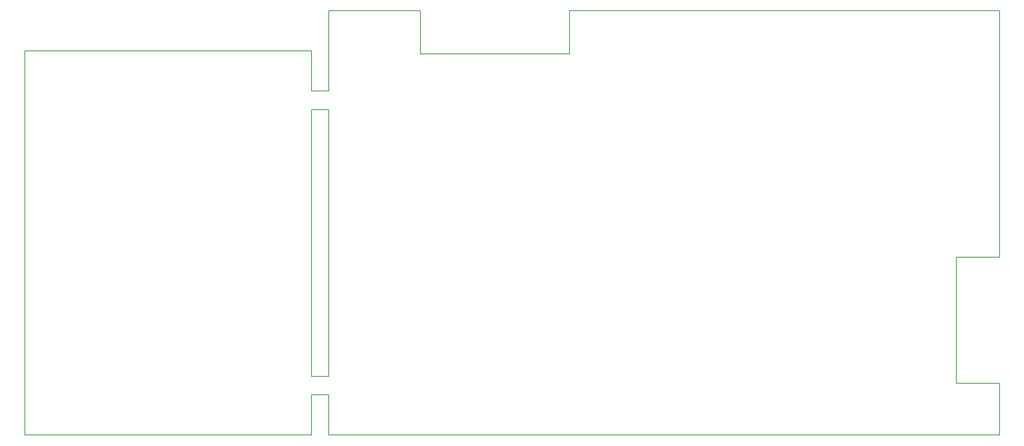
<source format=gbr>
G04 #@! TF.FileFunction,Profile,NP*
%FSLAX46Y46*%
G04 Gerber Fmt 4.6, Leading zero omitted, Abs format (unit mm)*
G04 Created by KiCad (PCBNEW 4.0.3-stable) date 05/06/17 11:59:30*
%MOMM*%
%LPD*%
G01*
G04 APERTURE LIST*
%ADD10C,0.100000*%
%ADD11C,0.150000*%
G04 APERTURE END LIST*
D10*
D11*
X104775000Y-130175000D02*
X104775000Y-139065000D01*
X104775000Y-66992500D02*
X104775000Y-126047500D01*
X104775000Y-45085000D02*
X104775000Y-62865000D01*
X100965000Y-62865000D02*
X100965000Y-53975000D01*
X100965000Y-126047500D02*
X100965000Y-66992500D01*
X100965000Y-139065000D02*
X100965000Y-130175000D01*
X100965000Y-126047500D02*
X104775000Y-126047500D01*
X100965000Y-130175000D02*
X104775000Y-130175000D01*
X100965000Y-66992500D02*
X104775000Y-66992500D01*
X100965000Y-62865000D02*
X104775000Y-62865000D01*
X104775000Y-45085000D02*
X107315000Y-45085000D01*
X107315000Y-139065000D02*
X104775000Y-139065000D01*
X253365000Y-99695000D02*
X253365000Y-45085000D01*
X253365000Y-127635000D02*
X253365000Y-139065000D01*
X243840000Y-99695000D02*
X253365000Y-99695000D01*
X243840000Y-127635000D02*
X243840000Y-99695000D01*
X253365000Y-127635000D02*
X243840000Y-127635000D01*
X107315000Y-139065000D02*
X253365000Y-139065000D01*
X125095000Y-45085000D02*
X107315000Y-45085000D01*
X125095000Y-54610000D02*
X125095000Y-45085000D01*
X158115000Y-54610000D02*
X125095000Y-54610000D01*
X158115000Y-45085000D02*
X158115000Y-54610000D01*
X253365000Y-45085000D02*
X158115000Y-45085000D01*
X100965000Y-139065000D02*
X37465000Y-139065000D01*
X37465000Y-53975000D02*
X100965000Y-53975000D01*
X37465000Y-139065000D02*
X37465000Y-53975000D01*
M02*

</source>
